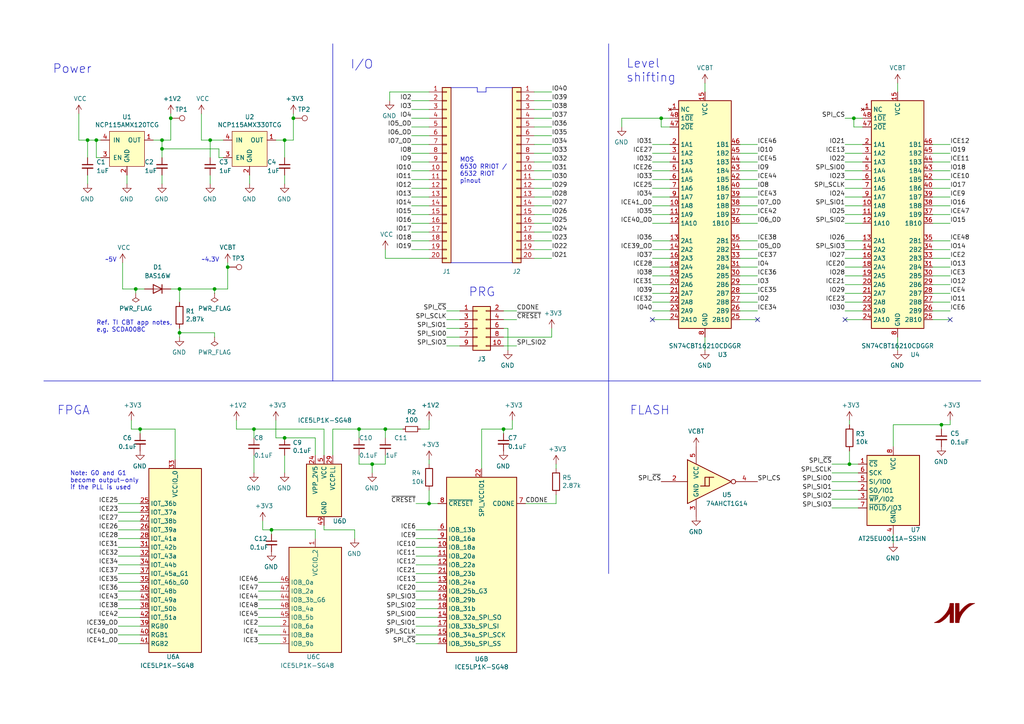
<source format=kicad_sch>
(kicad_sch (version 20230121) (generator eeschema)
  (paper "A4")
  (title_block (title "reDIP RIOT") (date "2023-10-01") (rev "1.0") (company "Nimrod") (comment 1 "© 2023 Dag Lem") (comment 2 "Licensed under CERN-OHL-S v2 (https://ohwr.org/cern_ohl_s_v2.txt)"))
  (junction (at 46.99 40.64))
  (junction (at 85.09 34.29))
  (junction (at 52.07 83.82))
  (junction (at 40.64 124.46))
  (junction (at 52.07 96.52))
  (junction (at 107.95 134.62))
  (junction (at 39.37 83.82))
  (junction (at 82.55 127))
  (junction (at 27.94 40.64))
  (junction (at 191.77 34.29))
  (junction (at 46.99 43.18))
  (junction (at 146.05 124.46))
  (junction (at 78.74 153.67))
  (junction (at 73.66 124.46))
  (junction (at 246.38 134.62))
  (junction (at 247.65 34.29))
  (junction (at 62.23 83.82))
  (junction (at 273.05 123.19))
  (junction (at 60.96 40.64))
  (junction (at 82.55 40.64))
  (junction (at 111.76 124.46))
  (junction (at 66.04 77.47))
  (junction (at 104.14 124.46))
  (junction (at 49.53 34.29))
  (junction (at 25.4 40.64))
  (junction (at 124.46 146.05))
  (no_connect (at 245.11 92.71))
  (no_connect (at 275.59 92.71))
  (no_connect (at 219.71 92.71))
  (no_connect (at 189.23 92.71))
  (wire (pts (xy 259.08 154.94) (xy 259.08 157.48)))
  (wire (pts (xy 154.94 39.37) (xy 160.02 39.37)))
  (wire (pts (xy 275.59 52.07) (xy 270.51 52.07)))
  (wire (pts (xy 34.29 161.29) (xy 40.64 161.29)))
  (wire (pts (xy 214.63 92.71) (xy 219.71 92.71)))
  (wire (pts (xy 111.76 74.93) (xy 111.76 72.39)))
  (wire (pts (xy 104.14 134.62) (xy 107.95 134.62)))
  (wire (pts (xy 248.92 142.24) (xy 241.3 142.24)))
  (wire (pts (xy 214.63 85.09) (xy 219.71 85.09)))
  (wire (pts (xy 78.74 154.94) (xy 78.74 153.67)))
  (wire (pts (xy 259.08 123.19) (xy 259.08 129.54)))
  (wire (pts (xy 102.87 153.67) (xy 93.98 153.67)))
  (wire (pts (xy 219.71 69.85) (xy 214.63 69.85)))
  (wire (pts (xy 29.21 40.64) (xy 27.94 40.64)))
  (wire (pts (xy 36.83 50.8) (xy 36.83 53.34)))
  (wire (pts (xy 154.94 54.61) (xy 160.02 54.61)))
  (wire (pts (xy 214.63 77.47) (xy 219.71 77.47)))
  (wire (pts (xy 93.98 153.67) (xy 93.98 152.4)))
  (wire (pts (xy 270.51 90.17) (xy 275.59 90.17)))
  (wire (pts (xy 62.23 83.82) (xy 62.23 85.09)))
  (wire (pts (xy 219.71 46.99) (xy 214.63 46.99)))
  (wire (pts (xy 219.71 41.91) (xy 214.63 41.91)))
  (wire (pts (xy 275.59 121.92) (xy 275.59 123.19)))
  (wire (pts (xy 219.71 44.45) (xy 214.63 44.45)))
  (wire (pts (xy 74.93 176.53) (xy 81.28 176.53)))
  (wire (pts (xy 74.93 171.45) (xy 81.28 171.45)))
  (wire (pts (xy 120.65 163.83) (xy 127 163.83)))
  (wire (pts (xy 245.11 72.39) (xy 250.19 72.39)))
  (wire (pts (xy 250.19 77.47) (xy 245.11 77.47)))
  (wire (pts (xy 154.94 36.83) (xy 160.02 36.83)))
  (wire (pts (xy 154.94 46.99) (xy 160.02 46.99)))
  (wire (pts (xy 147.32 95.25) (xy 146.05 95.25)))
  (wire (pts (xy 76.2 151.13) (xy 76.2 153.67)))
  (wire (pts (xy 189.23 74.93) (xy 194.31 74.93)))
  (wire (pts (xy 52.07 95.25) (xy 52.07 96.52)))
  (wire (pts (xy 275.59 69.85) (xy 270.51 69.85)))
  (wire (pts (xy 248.92 144.78) (xy 241.3 144.78)))
  (wire (pts (xy 74.93 181.61) (xy 81.28 181.61)))
  (wire (pts (xy 82.55 45.72) (xy 82.55 40.64)))
  (wire (pts (xy 246.38 130.81) (xy 246.38 134.62)))
  (wire (pts (xy 219.71 54.61) (xy 214.63 54.61)))
  (wire (pts (xy 194.31 49.53) (xy 189.23 49.53)))
  (wire (pts (xy 121.92 124.46) (xy 124.46 124.46)))
  (wire (pts (xy 148.59 121.92) (xy 148.59 124.46)))
  (wire (pts (xy 85.09 40.64) (xy 85.09 34.29)))
  (wire (pts (xy 73.66 132.08) (xy 73.66 137.16)))
  (wire (pts (xy 194.31 57.15) (xy 189.23 57.15)))
  (wire (pts (xy 139.7 124.46) (xy 139.7 135.89)))
  (wire (pts (xy 245.11 69.85) (xy 250.19 69.85)))
  (wire (pts (xy 124.46 26.67) (xy 113.03 26.67)))
  (wire (pts (xy 194.31 59.69) (xy 189.23 59.69)))
  (wire (pts (xy 191.77 34.29) (xy 191.77 36.83)))
  (wire (pts (xy 124.46 146.05) (xy 127 146.05)))
  (wire (pts (xy 104.14 132.08) (xy 104.14 134.62)))
  (wire (pts (xy 247.65 36.83) (xy 250.19 36.83)))
  (wire (pts (xy 194.31 41.91) (xy 189.23 41.91)))
  (wire (pts (xy 250.19 82.55) (xy 245.11 82.55)))
  (wire (pts (xy 250.19 92.71) (xy 245.11 92.71)))
  (wire (pts (xy 119.38 67.31) (xy 124.46 67.31)))
  (wire (pts (xy 139.7 124.46) (xy 146.05 124.46)))
  (wire (pts (xy 63.5 45.72) (xy 63.5 43.18)))
  (wire (pts (xy 111.76 132.08) (xy 111.76 134.62)))
  (wire (pts (xy 119.38 72.39) (xy 124.46 72.39)))
  (wire (pts (xy 119.38 46.99) (xy 124.46 46.99)))
  (wire (pts (xy 73.66 124.46) (xy 73.66 127)))
  (wire (pts (xy 119.38 41.91) (xy 124.46 41.91)))
  (wire (pts (xy 270.51 87.63) (xy 275.59 87.63)))
  (wire (pts (xy 250.19 90.17) (xy 245.11 90.17)))
  (wire (pts (xy 34.29 153.67) (xy 40.64 153.67)))
  (wire (pts (xy 46.99 40.64) (xy 46.99 43.18)))
  (wire (pts (xy 34.29 166.37) (xy 40.64 166.37)))
  (polyline (pts (xy 140.97 26.67) (xy 140.97 25.4)))
  (wire (pts (xy 119.38 62.23) (xy 124.46 62.23)))
  (wire (pts (xy 219.71 57.15) (xy 214.63 57.15)))
  (wire (pts (xy 25.4 45.72) (xy 25.4 40.64)))
  (wire (pts (xy 34.29 156.21) (xy 40.64 156.21)))
  (polyline (pts (xy 138.43 26.67) (xy 138.43 25.4)))
  (wire (pts (xy 154.94 29.21) (xy 160.02 29.21)))
  (wire (pts (xy 82.55 53.34) (xy 82.55 50.8)))
  (wire (pts (xy 74.93 184.15) (xy 81.28 184.15)))
  (wire (pts (xy 275.59 64.77) (xy 270.51 64.77)))
  (wire (pts (xy 129.54 95.25) (xy 133.35 95.25)))
  (wire (pts (xy 82.55 127) (xy 91.44 127)))
  (wire (pts (xy 194.31 87.63) (xy 189.23 87.63)))
  (wire (pts (xy 111.76 124.46) (xy 111.76 127)))
  (wire (pts (xy 120.65 179.07) (xy 127 179.07)))
  (wire (pts (xy 152.4 146.05) (xy 161.29 146.05)))
  (wire (pts (xy 189.23 64.77) (xy 194.31 64.77)))
  (wire (pts (xy 62.23 83.82) (xy 66.04 83.82)))
  (wire (pts (xy 154.94 49.53) (xy 160.02 49.53)))
  (wire (pts (xy 120.65 181.61) (xy 127 181.61)))
  (wire (pts (xy 120.65 161.29) (xy 127 161.29)))
  (wire (pts (xy 246.38 123.19) (xy 246.38 121.92)))
  (wire (pts (xy 214.63 87.63) (xy 219.71 87.63)))
  (wire (pts (xy 214.63 82.55) (xy 219.71 82.55)))
  (wire (pts (xy 219.71 59.69) (xy 214.63 59.69)))
  (wire (pts (xy 250.19 54.61) (xy 245.11 54.61)))
  (wire (pts (xy 34.29 158.75) (xy 40.64 158.75)))
  (wire (pts (xy 73.66 124.46) (xy 93.98 124.46)))
  (wire (pts (xy 129.54 92.71) (xy 133.35 92.71)))
  (polyline (pts (xy 140.97 25.4) (xy 148.59 25.4)))
  (wire (pts (xy 270.51 77.47) (xy 275.59 77.47)))
  (wire (pts (xy 49.53 83.82) (xy 52.07 83.82)))
  (wire (pts (xy 219.71 49.53) (xy 214.63 49.53)))
  (wire (pts (xy 189.23 72.39) (xy 194.31 72.39)))
  (wire (pts (xy 107.95 134.62) (xy 111.76 134.62)))
  (wire (pts (xy 124.46 124.46) (xy 124.46 121.92)))
  (wire (pts (xy 74.93 179.07) (xy 81.28 179.07)))
  (wire (pts (xy 204.47 101.6) (xy 204.47 97.79)))
  (wire (pts (xy 82.55 40.64) (xy 85.09 40.64)))
  (wire (pts (xy 102.87 153.67) (xy 102.87 156.21)))
  (wire (pts (xy 250.19 85.09) (xy 245.11 85.09)))
  (wire (pts (xy 120.65 168.91) (xy 127 168.91)))
  (polyline (pts (xy 96.52 12.7) (xy 96.52 110.49)))
  (wire (pts (xy 275.59 41.91) (xy 270.51 41.91)))
  (wire (pts (xy 241.3 137.16) (xy 248.92 137.16)))
  (wire (pts (xy 46.99 43.18) (xy 46.99 45.72)))
  (wire (pts (xy 194.31 90.17) (xy 189.23 90.17)))
  (wire (pts (xy 147.32 95.25) (xy 147.32 101.6)))
  (wire (pts (xy 154.94 57.15) (xy 160.02 57.15)))
  (wire (pts (xy 194.31 54.61) (xy 189.23 54.61)))
  (wire (pts (xy 25.4 40.64) (xy 27.94 40.64)))
  (wire (pts (xy 194.31 80.01) (xy 189.23 80.01)))
  (wire (pts (xy 154.94 26.67) (xy 160.02 26.67)))
  (wire (pts (xy 93.98 132.08) (xy 93.98 124.46)))
  (wire (pts (xy 250.19 52.07) (xy 245.11 52.07)))
  (wire (pts (xy 120.65 166.37) (xy 127 166.37)))
  (wire (pts (xy 111.76 74.93) (xy 124.46 74.93)))
  (wire (pts (xy 96.52 124.46) (xy 104.14 124.46)))
  (wire (pts (xy 194.31 85.09) (xy 189.23 85.09)))
  (wire (pts (xy 80.01 121.92) (xy 80.01 127)))
  (wire (pts (xy 25.4 53.34) (xy 25.4 50.8)))
  (wire (pts (xy 119.38 39.37) (xy 124.46 39.37)))
  (wire (pts (xy 219.71 64.77) (xy 214.63 64.77)))
  (wire (pts (xy 63.5 45.72) (xy 64.77 45.72)))
  (wire (pts (xy 120.65 158.75) (xy 127 158.75)))
  (wire (pts (xy 119.38 69.85) (xy 124.46 69.85)))
  (wire (pts (xy 275.59 54.61) (xy 270.51 54.61)))
  (wire (pts (xy 245.11 62.23) (xy 250.19 62.23)))
  (wire (pts (xy 120.65 184.15) (xy 127 184.15)))
  (wire (pts (xy 194.31 82.55) (xy 189.23 82.55)))
  (wire (pts (xy 250.19 46.99) (xy 245.11 46.99)))
  (wire (pts (xy 250.19 49.53) (xy 245.11 49.53)))
  (wire (pts (xy 119.38 59.69) (xy 124.46 59.69)))
  (wire (pts (xy 66.04 77.47) (xy 66.04 76.2)))
  (wire (pts (xy 161.29 143.51) (xy 161.29 146.05)))
  (wire (pts (xy 119.38 29.21) (xy 124.46 29.21)))
  (wire (pts (xy 160.02 74.93) (xy 154.94 74.93)))
  (wire (pts (xy 116.84 124.46) (xy 111.76 124.46)))
  (wire (pts (xy 34.29 186.69) (xy 40.64 186.69)))
  (wire (pts (xy 154.94 52.07) (xy 160.02 52.07)))
  (wire (pts (xy 259.08 123.19) (xy 273.05 123.19)))
  (wire (pts (xy 260.35 24.13) (xy 260.35 26.67)))
  (wire (pts (xy 38.1 124.46) (xy 40.64 124.46)))
  (wire (pts (xy 219.71 52.07) (xy 214.63 52.07)))
  (wire (pts (xy 245.11 74.93) (xy 250.19 74.93)))
  (wire (pts (xy 39.37 83.82) (xy 39.37 85.09)))
  (polyline (pts (xy 130.81 25.4) (xy 138.43 25.4)))
  (wire (pts (xy 160.02 67.31) (xy 154.94 67.31)))
  (wire (pts (xy 191.77 34.29) (xy 180.34 34.29)))
  (wire (pts (xy 245.11 64.77) (xy 250.19 64.77)))
  (wire (pts (xy 34.29 181.61) (xy 40.64 181.61)))
  (wire (pts (xy 68.58 124.46) (xy 68.58 121.92)))
  (wire (pts (xy 241.3 134.62) (xy 246.38 134.62)))
  (wire (pts (xy 76.2 153.67) (xy 78.74 153.67)))
  (wire (pts (xy 124.46 31.75) (xy 119.38 31.75)))
  (wire (pts (xy 146.05 125.73) (xy 146.05 124.46)))
  (wire (pts (xy 34.29 179.07) (xy 40.64 179.07)))
  (wire (pts (xy 120.65 173.99) (xy 127 173.99)))
  (wire (pts (xy 22.86 33.02) (xy 22.86 40.64)))
  (wire (pts (xy 248.92 139.7) (xy 241.3 139.7)))
  (wire (pts (xy 104.14 124.46) (xy 111.76 124.46)))
  (wire (pts (xy 247.65 34.29) (xy 245.11 34.29)))
  (wire (pts (xy 96.52 132.08) (xy 96.52 124.46)))
  (wire (pts (xy 34.29 184.15) (xy 40.64 184.15)))
  (wire (pts (xy 250.19 34.29) (xy 247.65 34.29)))
  (wire (pts (xy 60.96 40.64) (xy 64.77 40.64)))
  (wire (pts (xy 46.99 43.18) (xy 63.5 43.18)))
  (wire (pts (xy 129.54 90.17) (xy 133.35 90.17)))
  (wire (pts (xy 273.05 123.19) (xy 275.59 123.19)))
  (wire (pts (xy 60.96 40.64) (xy 58.42 40.64)))
  (wire (pts (xy 119.38 44.45) (xy 124.46 44.45)))
  (wire (pts (xy 52.07 96.52) (xy 62.23 96.52)))
  (wire (pts (xy 72.39 50.8) (xy 72.39 53.34)))
  (wire (pts (xy 275.59 44.45) (xy 270.51 44.45)))
  (wire (pts (xy 119.38 57.15) (xy 124.46 57.15)))
  (wire (pts (xy 219.71 62.23) (xy 214.63 62.23)))
  (wire (pts (xy 180.34 34.29) (xy 180.34 36.83)))
  (wire (pts (xy 50.8 124.46) (xy 50.8 133.35)))
  (wire (pts (xy 194.31 44.45) (xy 189.23 44.45)))
  (wire (pts (xy 149.86 100.33) (xy 146.05 100.33)))
  (wire (pts (xy 49.53 40.64) (xy 49.53 34.29)))
  (wire (pts (xy 154.94 44.45) (xy 160.02 44.45)))
  (polyline (pts (xy 12.7 110.49) (xy 284.48 110.49)))
  (wire (pts (xy 246.38 134.62) (xy 248.92 134.62)))
  (wire (pts (xy 160.02 69.85) (xy 154.94 69.85)))
  (wire (pts (xy 49.53 34.29) (xy 49.53 33.02)))
  (wire (pts (xy 248.92 147.32) (xy 241.3 147.32)))
  (wire (pts (xy 120.65 146.05) (xy 124.46 146.05)))
  (wire (pts (xy 85.09 34.29) (xy 85.09 33.02)))
  (wire (pts (xy 194.31 77.47) (xy 189.23 77.47)))
  (polyline (pts (xy 138.43 26.67) (xy 140.97 26.67)))
  (wire (pts (xy 154.94 41.91) (xy 160.02 41.91)))
  (wire (pts (xy 35.56 76.2) (xy 35.56 83.82)))
  (wire (pts (xy 120.65 153.67) (xy 127 153.67)))
  (wire (pts (xy 119.38 54.61) (xy 124.46 54.61)))
  (wire (pts (xy 39.37 83.82) (xy 41.91 83.82)))
  (wire (pts (xy 40.64 125.73) (xy 40.64 124.46)))
  (wire (pts (xy 124.46 34.29) (xy 119.38 34.29)))
  (wire (pts (xy 34.29 148.59) (xy 40.64 148.59)))
  (wire (pts (xy 273.05 124.46) (xy 273.05 123.19)))
  (wire (pts (xy 160.02 62.23) (xy 154.94 62.23)))
  (wire (pts (xy 275.59 59.69) (xy 270.51 59.69)))
  (wire (pts (xy 119.38 64.77) (xy 124.46 64.77)))
  (wire (pts (xy 44.45 40.64) (xy 46.99 40.64)))
  (wire (pts (xy 34.29 168.91) (xy 40.64 168.91)))
  (wire (pts (xy 34.29 151.13) (xy 40.64 151.13)))
  (wire (pts (xy 78.74 153.67) (xy 91.44 153.67)))
  (wire (pts (xy 34.29 176.53) (xy 40.64 176.53)))
  (wire (pts (xy 52.07 96.52) (xy 52.07 97.79)))
  (polyline (pts (xy 130.81 76.2) (xy 148.59 76.2)))
  (wire (pts (xy 120.65 176.53) (xy 127 176.53)))
  (wire (pts (xy 120.65 186.69) (xy 127 186.69)))
  (wire (pts (xy 27.94 45.72) (xy 27.94 40.64)))
  (wire (pts (xy 124.46 134.62) (xy 124.46 133.35)))
  (wire (pts (xy 60.96 53.34) (xy 60.96 50.8)))
  (wire (pts (xy 52.07 83.82) (xy 52.07 87.63)))
  (wire (pts (xy 270.51 85.09) (xy 275.59 85.09)))
  (wire (pts (xy 66.04 83.82) (xy 66.04 77.47)))
  (wire (pts (xy 189.23 69.85) (xy 194.31 69.85)))
  (wire (pts (xy 91.44 132.08) (xy 91.44 127)))
  (wire (pts (xy 275.59 74.93) (xy 270.51 74.93)))
  (wire (pts (xy 124.46 142.24) (xy 124.46 146.05)))
  (wire (pts (xy 46.99 40.64) (xy 49.53 40.64)))
  (wire (pts (xy 52.07 83.82) (xy 62.23 83.82)))
  (wire (pts (xy 275.59 46.99) (xy 270.51 46.99)))
  (wire (pts (xy 250.19 57.15) (xy 245.11 57.15)))
  (wire (pts (xy 38.1 121.92) (xy 38.1 124.46)))
  (wire (pts (xy 58.42 40.64) (xy 58.42 33.02)))
  (wire (pts (xy 146.05 124.46) (xy 148.59 124.46)))
  (wire (pts (xy 194.31 52.07) (xy 189.23 52.07)))
  (wire (pts (xy 270.51 82.55) (xy 275.59 82.55)))
  (wire (pts (xy 247.65 34.29) (xy 247.65 36.83)))
  (wire (pts (xy 154.94 59.69) (xy 160.02 59.69)))
  (wire (pts (xy 80.01 40.64) (xy 82.55 40.64)))
  (wire (pts (xy 74.93 173.99) (xy 81.28 173.99)))
  (wire (pts (xy 160.02 97.79) (xy 160.02 95.25)))
  (wire (pts (xy 270.51 80.01) (xy 275.59 80.01)))
  (wire (pts (xy 194.31 34.29) (xy 191.77 34.29)))
  (wire (pts (xy 68.58 124.46) (xy 73.66 124.46)))
  (wire (pts (xy 34.29 173.99) (xy 40.64 173.99)))
  (wire (pts (xy 74.93 186.69) (xy 81.28 186.69)))
  (wire (pts (xy 119.38 49.53) (xy 124.46 49.53)))
  (wire (pts (xy 82.55 137.16) (xy 82.55 132.08)))
  (wire (pts (xy 34.29 146.05) (xy 40.64 146.05)))
  (wire (pts (xy 275.59 57.15) (xy 270.51 57.15)))
  (wire (pts (xy 119.38 36.83) (xy 124.46 36.83)))
  (wire (pts (xy 160.02 72.39) (xy 154.94 72.39)))
  (wire (pts (xy 214.63 80.01) (xy 219.71 80.01)))
  (wire (pts (xy 189.23 62.23) (xy 194.31 62.23)))
  (wire (pts (xy 204.47 24.13) (xy 204.47 26.67)))
  (wire (pts (xy 160.02 97.79) (xy 146.05 97.79)))
  (wire (pts (xy 120.65 171.45) (xy 127 171.45)))
  (wire (pts (xy 250.19 44.45) (xy 245.11 44.45)))
  (wire (pts (xy 250.19 41.91) (xy 245.11 41.91)))
  (wire (pts (xy 194.31 46.99) (xy 189.23 46.99)))
  (polyline (pts (xy 176.53 12.7) (xy 176.53 166.37)))
  (wire (pts (xy 46.99 53.34) (xy 46.99 50.8)))
  (wire (pts (xy 60.96 40.64) (xy 60.96 45.72)))
  (wire (pts (xy 34.29 171.45) (xy 40.64 171.45)))
  (wire (pts (xy 270.51 92.71) (xy 275.59 92.71)))
  (wire (pts (xy 129.54 97.79) (xy 133.35 97.79)))
  (wire (pts (xy 104.14 124.46) (xy 104.14 127)))
  (wire (pts (xy 214.63 90.17) (xy 219.71 90.17)))
  (wire (pts (xy 161.29 135.89) (xy 161.29 134.62)))
  (wire (pts (xy 27.94 45.72) (xy 29.21 45.72)))
  (wire (pts (xy 74.93 168.91) (xy 81.28 168.91)))
  (wire (pts (xy 275.59 62.23) (xy 270.51 62.23)))
  (wire (pts (xy 191.77 36.83) (xy 194.31 36.83)))
  (wire (pts (xy 129.54 100.33) (xy 133.35 100.33)))
  (wire (pts (xy 260.35 101.6) (xy 260.35 97.79)))
  (wire (pts (xy 219.71 74.93) (xy 214.63 74.93)))
  (wire (pts (xy 35.56 83.82) (xy 39.37 83.82)))
  (wire (pts (xy 250.19 87.63) (xy 245.11 87.63)))
  (wire (pts (xy 250.19 59.69) (xy 245.11 59.69)))
  (wire (pts (xy 82.55 127) (xy 80.01 127)))
  (wire (pts (xy 275.59 49.53) (xy 270.51 49.53)))
  (wire (pts (xy 107.95 137.16) (xy 107.95 134.62)))
  (wire (pts (xy 149.86 92.71) (xy 146.05 92.71)))
  (wire (pts (xy 275.59 72.39) (xy 270.51 72.39)))
  (wire (pts (xy 91.44 153.67) (xy 91.44 156.21)))
  (wire (pts (xy 149.86 90.17) (xy 146.05 90.17)))
  (wire (pts (xy 154.94 34.29) (xy 160.02 34.29)))
  (wire (pts (xy 62.23 96.52) (xy 62.23 97.79)))
  (wire (pts (xy 250.19 80.01) (xy 245.11 80.01)))
  (wire (pts (xy 34.29 163.83) (xy 40.64 163.83)))
  (wire (pts (xy 119.38 52.07) (xy 124.46 52.07)))
  (wire (pts (xy 25.4 40.64) (xy 22.86 40.64)))
  (wire (pts (xy 160.02 64.77) (xy 154.94 64.77)))
  (wire (pts (xy 120.65 156.21) (xy 127 156.21)))
  (wire (pts (xy 219.71 72.39) (xy 214.63 72.39)))
  (wire (pts (xy 113.03 26.67) (xy 113.03 29.21)))
  (wire (pts (xy 40.64 124.46) (xy 50.8 124.46)))
  (wire (pts (xy 160.02 31.75) (xy 154.94 31.75)))
  (wire (pts (xy 194.31 92.71) (xy 189.23 92.71)))
  (text "MOS\n6530 RRIOT /\n6532 RIOT\npinout" (at 133.35 53.34 0) (effects (font (size 1.27 1.27)) (justify left bottom)))
  (text "PRG" (at 135.89 86.36 0) (effects (font (size 2.54 2.54)) (justify left bottom)))
  (text "Ref. TI CBT app notes,\ne.g. SCDA008C" (at 27.94 96.52 0) (effects (font (size 1.27 1.27)) (justify left bottom)))
  (text "~4.3V" (at 58.42 76.2 0) (effects (font (size 1.27 1.27)) (justify left bottom)))
  (text "FLASH" (at 194.31 120.65 0) (effects (font (size 2.54 2.54)) (justify right bottom)))
  (text "FPGA" (at 16.51 120.65 0) (effects (font (size 2.54 2.54)) (justify left bottom)))
  (text "Power" (at 15.24 21.59 0) (effects (font (size 2.54 2.54)) (justify left bottom)))
  (text "I/O" (at 101.6 20.32 0) (effects (font (size 2.54 2.54)) (justify left bottom)))
  (text "Level\nshifting" (at 181.61 24.13 0) (effects (font (size 2.54 2.54)) (justify left bottom)))
  (text "~5V" (at 30.48 76.2 0) (effects (font (size 1.27 1.27)) (justify left bottom)))
  (text "Note: G0 and G1\nbecome output-only\nif the PLL is used" (at 20.32 142.24 0) (effects (font (size 1.27 1.27)) (justify left bottom)))
  (label "IO14" (at 275.59 72.39 0))
  (label "IO6_OD" (at 119.38 39.37 180))
  (label "IO24" (at 245.11 57.15 180))
  (label "IO2" (at 219.71 87.63 0))
  (label "ICE28" (at 189.23 77.47 180))
  (label "ICE10" (at 120.65 158.75 180))
  (label "IO22" (at 160.02 72.39 0))
  (label "IO39" (at 160.02 29.21 0))
  (label "ICE46" (at 74.93 168.91 180))
  (label "SPI_SIO1" (at 245.11 59.69 180))
  (label "IO27" (at 245.11 74.93 180))
  (label "IO23" (at 160.02 69.85 0))
  (label "IO19" (at 275.59 44.45 0))
  (label "IO27" (at 160.02 59.69 0))
  (label "ICE12" (at 120.65 163.83 180))
  (label "IO12" (at 275.59 82.55 0))
  (label "CDONE" (at 152.4 146.05 0))
  (label "ICE20" (at 245.11 77.47 180))
  (label "IO32" (at 160.02 46.99 0))
  (label "IO17" (at 119.38 67.31 180))
  (label "SPI_~{CS}" (at 241.3 134.62 180))
  (label "IO7_OD" (at 119.38 41.91 180))
  (label "IO6_OD" (at 219.71 64.77 0))
  (label "IO37" (at 189.23 74.93 180))
  (label "ICE43" (at 34.29 173.99 180))
  (label "IO34" (at 189.23 57.15 180))
  (label "ICE31" (at 34.29 158.75 180))
  (label "IO29" (at 160.02 54.61 0))
  (label "SPI_SIO2" (at 120.65 176.53 180))
  (label "IO16" (at 275.59 59.69 0))
  (label "ICE2" (at 275.59 74.93 0))
  (label "SPI_SIO0" (at 120.65 179.07 180))
  (label "ICE35" (at 219.71 85.09 0))
  (label "ICE32" (at 189.23 87.63 180))
  (label "SPI_SIO1" (at 241.3 142.24 180))
  (label "ICE34" (at 219.71 90.17 0))
  (label "ICE31" (at 189.23 82.55 180))
  (label "SPI_SIO3" (at 245.11 72.39 180))
  (label "ICE46" (at 219.71 41.91 0))
  (label "SPI_~{CS}" (at 120.65 186.69 180))
  (label "ICE25" (at 189.23 54.61 180))
  (label "ICE2" (at 74.93 181.61 180))
  (label "IO4" (at 219.71 77.47 0))
  (label "ICE28" (at 34.29 156.21 180))
  (label "IO38" (at 189.23 80.01 180))
  (label "ICE37" (at 34.29 166.37 180))
  (label "IO17" (at 275.59 54.61 0))
  (label "IO26" (at 245.11 69.85 180))
  (label "SPI_SIO0" (at 129.54 97.79 180))
  (label "IO36" (at 160.02 36.83 0))
  (label "IO4" (at 119.38 34.29 180))
  (label "SPI_SIO3" (at 241.3 147.32 180))
  (label "ICE44" (at 74.93 173.99 180))
  (label "ICE39_OD" (at 189.23 72.39 180))
  (label "IO10" (at 219.71 44.45 0))
  (label "IO15" (at 275.59 64.77 0))
  (label "ICE6" (at 120.65 153.67 180))
  (label "ICE47" (at 275.59 62.23 0))
  (label "IO7_OD" (at 219.71 59.69 0))
  (label "ICE20" (at 120.65 171.45 180))
  (label "IO33" (at 160.02 44.45 0))
  (label "IO31" (at 189.23 41.91 180))
  (label "SPI_SCLK" (at 241.3 137.16 180))
  (label "IO14" (at 119.38 59.69 180))
  (label "ICE6" (at 275.59 90.17 0))
  (label "SPI_~{CS}" (at 129.54 90.17 180))
  (label "ICE21" (at 245.11 82.55 180))
  (label "ICE26" (at 34.29 153.67 180))
  (label "ICE9" (at 275.59 57.15 0))
  (label "IO23" (at 245.11 52.07 180))
  (label "IO12" (at 119.38 54.61 180))
  (label "ICE38" (at 219.71 69.85 0))
  (label "ICE45" (at 219.71 46.99 0))
  (label "ICE11" (at 120.65 161.29 180))
  (label "~{CRESET}" (at 149.86 92.71 0))
  (label "ICE37" (at 219.71 74.93 0))
  (label "ICE47" (at 74.93 171.45 180))
  (label "ICE10" (at 275.59 52.07 0))
  (label "ICE4" (at 275.59 85.09 0))
  (label "IO31" (at 160.02 49.53 0))
  (label "ICE41_OD" (at 189.23 59.69 180))
  (label "IO19" (at 119.38 72.39 180))
  (label "ICE11" (at 275.59 46.99 0))
  (label "IO13" (at 275.59 77.47 0))
  (label "IO5_OD" (at 119.38 36.83 180))
  (label "SPI_SIO0" (at 245.11 49.53 180))
  (label "ICE40_OD" (at 189.23 64.77 180))
  (label "IO22" (at 245.11 46.99 180))
  (label "ICE41_OD" (at 34.29 186.69 180))
  (label "IO36" (at 189.23 69.85 180))
  (label "ICE34" (at 34.29 163.83 180))
  (label "IO39" (at 189.23 85.09 180))
  (label "ICE36" (at 219.71 80.01 0))
  (label "IO25" (at 160.02 64.77 0))
  (label "IO35" (at 189.23 62.23 180))
  (label "IO18" (at 119.38 69.85 180))
  (label "SPI_SCLK" (at 245.11 54.61 180))
  (label "IO38" (at 160.02 31.75 0))
  (label "SPI_SIO3" (at 120.65 173.99 180))
  (label "IO16" (at 119.38 64.77 180))
  (label "IO32" (at 189.23 46.99 180))
  (label "IO3" (at 119.38 31.75 180))
  (label "SPI_SIO1" (at 120.65 181.61 180))
  (label "IO40" (at 189.23 90.17 180))
  (label "ICE45" (at 74.93 179.07 180))
  (label "SPI_SIO1" (at 129.54 95.25 180))
  (label "ICE27" (at 34.29 151.13 180))
  (label "SPI_SCLK" (at 120.65 184.15 180))
  (label "IO15" (at 119.38 62.23 180))
  (label "ICE35" (at 34.29 168.91 180))
  (label "IO33" (at 189.23 52.07 180))
  (label "IO9" (at 119.38 46.99 180))
  (label "IO29" (at 245.11 85.09 180))
  (label "ICE9" (at 120.65 156.21 180))
  (label "CDONE" (at 149.86 90.17 0))
  (label "~{CRESET}" (at 120.65 146.05 180))
  (label "ICE25" (at 34.29 146.05 180))
  (label "IO37" (at 160.02 34.29 0))
  (label "ICE44" (at 219.71 52.07 0))
  (label "IO11" (at 275.59 87.63 0))
  (label "IO11" (at 119.38 52.07 180))
  (label "IO30" (at 160.02 52.07 0))
  (label "ICE21" (at 120.65 166.37 180))
  (label "SPI_SCLK" (at 129.54 92.71 180))
  (label "IO2" (at 119.38 29.21 180))
  (label "ICE48" (at 275.59 69.85 0))
  (label "IO8" (at 219.71 54.61 0))
  (label "ICE12" (at 275.59 41.91 0))
  (label "ICE43" (at 219.71 57.15 0))
  (label "ICE40_OD" (at 34.29 184.15 180))
  (label "ICE39_OD" (at 34.29 181.61 180))
  (label "SPI_SIO2" (at 149.86 100.33 0))
  (label "SPI_CS" (at 245.11 34.29 180))
  (label "IO10" (at 119.38 49.53 180))
  (label "IO3" (at 219.71 82.55 0))
  (label "SPI_SIO0" (at 241.3 139.7 180))
  (label "SPI_SIO3" (at 129.54 100.33 180))
  (label "IO40" (at 160.02 26.67 0))
  (label "ICE23" (at 245.11 87.63 180))
  (label "SPI_SIO2" (at 245.11 64.77 180))
  (label "ICE32" (at 34.29 161.29 180))
  (label "ICE13" (at 245.11 44.45 180))
  (label "ICE48" (at 74.93 176.53 180))
  (label "ICE3" (at 275.59 80.01 0))
  (label "ICE36" (at 34.29 171.45 180))
  (label "SPI_SIO2" (at 241.3 144.78 180))
  (label "SPI_~{CS}" (at 191.77 139.7 180))
  (label "IO5_OD" (at 219.71 72.39 0))
  (label "IO28" (at 160.02 57.15 0))
  (label "ICE23" (at 34.29 148.59 180))
  (label "IO30" (at 245.11 90.17 180))
  (label "ICE38" (at 34.29 176.53 180))
  (label "ICE3" (at 74.93 186.69 180))
  (label "ICE42" (at 219.71 62.23 0))
  (label "IO21" (at 245.11 41.91 180))
  (label "IO18" (at 275.59 49.53 0))
  (label "ICE4" (at 74.93 184.15 180))
  (label "ICE13" (at 120.65 168.91 180))
  (label "IO9" (at 219.71 49.53 0))
  (label "IO24" (at 160.02 67.31 0))
  (label "SPI_CS" (at 219.71 139.7 0))
  (label "IO13" (at 119.38 57.15 180))
  (label "ICE42" (at 34.29 179.07 180))
  (label "IO34" (at 160.02 41.91 0))
  (label "IO35" (at 160.02 39.37 0))
  (label "IO26" (at 160.02 62.23 0))
  (label "IO25" (at 245.11 62.23 180))
  (label "ICE27" (at 189.23 44.45 180))
  (label "IO8" (at 119.38 44.45 180))
  (label "IO28" (at 245.11 80.01 180))
  (label "ICE26" (at 189.23 49.53 180))
  (label "IO21" (at 160.02 74.93 0))
  (symbol (lib_id "FPGA_Lattice:ICE5LP1K-SG48") (at 50.8 161.29 0) (unit 1)
    (property "Reference" "U6" (at 48.26 190.5 0) (effects (justify left)))
    (property "Value" "ICE5LP1K-SG48" (at 40.64 193.04 0) (effects (justify left)))
    (property "Footprint" "Package_DFN_QFN:QFN-48-1EP_7x7mm_P0.5mm_EP5.6x5.6mm" (effects hide))
    (property "Datasheet" "https://www.latticesemi.com/Products/FPGAandCPLD/iCE40" (effects hide))
    (property "Mfg" "Lattice" (effects hide))
    (property "PN" "ICE5LP1K-SG48ITR" (effects hide))
    (property "Description" "IC FPGA QFN-48" (effects hide))
  )
  (symbol (lib_id "FPGA_Lattice:ICE5LP1K-SG48") (at 139.7 163.83 0) (unit 2)
    (property "Reference" "U6" (at 139.7 191.135 0))
    (property "Value" "ICE5LP1K-SG48" (at 139.7 193.4464 0))
    (property "Footprint" "Package_DFN_QFN:QFN-48-1EP_7x7mm_P0.5mm_EP5.6x5.6mm" (effects hide))
    (property "Datasheet" "https://www.latticesemi.com/Products/FPGAandCPLD/iCE40" (effects hide))
    (property "Mfg" "Lattice" (effects hide))
    (property "PN" "ICE5LP1K-SG48ITR" (effects hide))
    (property "Description" "IC FPGA QFN-48" (effects hide))
  )
  (symbol (lib_id "FPGA_Lattice:ICE5LP1K-SG48") (at 91.44 173.99 0) (unit 3)
    (property "Reference" "U6" (at 88.9 190.5 0) (effects (justify left)))
    (property "Value" "ICE5LP1K-SG48" (at 81.28 193.04 0) (effects (justify left)))
    (property "Footprint" "Package_DFN_QFN:QFN-48-1EP_7x7mm_P0.5mm_EP5.6x5.6mm" (effects hide))
    (property "Datasheet" "https://www.latticesemi.com/Products/FPGAandCPLD/iCE40" (effects hide))
    (property "Mfg" "Lattice" (effects hide))
    (property "PN" "ICE5LP1K-SG48ITR" (effects hide))
    (property "Description" "IC FPGA QFN-48" (effects hide))
  )
  (symbol (lib_id "FPGA_Lattice:ICE5LP1K-SG48") (at 93.98 142.24 0) (unit 4)
    (property "Reference" "U6" (at 96.52 151.13 0) (effects (justify left)))
    (property "Value" "ICE5LP1K-SG48" (at 86.36 121.92 0) (effects (justify left)))
    (property "Footprint" "Package_DFN_QFN:QFN-48-1EP_7x7mm_P0.5mm_EP5.6x5.6mm" (effects hide))
    (property "Datasheet" "https://www.latticesemi.com/Products/FPGAandCPLD/iCE40" (effects hide))
    (property "Mfg" "Lattice" (effects hide))
    (property "PN" "ICE5LP1K-SG48ITR" (effects hide))
    (property "Description" "IC FPGA QFN-48" (effects hide))
  )
  (symbol (lib_id "Connector_Generic:Conn_01x20") (at 129.54 49.53 0) (unit 1)
    (property "Reference" "J1" (at 129.54 78.74 0))
    (property "Value" "Conn_01x20" (effects hide))
    (property "Footprint" "reDIP:PinHeader_1x20_P2.54mm_Vertical_Machined" (effects hide))
    (property "Datasheet" "https://www.helloxkb.com/Home/Goods/goodsInfo/id/72370.html" (effects hide))
    (property "Mfg" "XKB" (effects hide))
    (property "PN" "X5511WV-20-C35D35-1000" (effects hide))
    (property "Description" "CONN HDR CIRCULAR PIN 0.5mm 20 POS .100\" GOLD MATING 3mm TAIL 3mm" (effects hide))
    (property "Notes" "Replacement parts: XKB X5511WV-20-C396D43-1220, other similar hdr circular pin ~0.5mm" (effects hide))
  )
  (symbol (lib_id "power:GND") (at 113.03 29.21 0) (mirror y) (unit 1)
    (property "Reference" "#PWR03" (effects hide))
    (property "Value" "GND" (at 112.903 33.6042 0))
  )
  (symbol (lib_id "Device:C_Small") (at 111.76 129.54 0) (unit 1)
    (property "Reference" "C11" (at 114.3 127 0) (effects (justify left)))
    (property "Value" "1uF" (at 111.76 132.08 0) (effects (justify left)))
    (property "Footprint" "Capacitor_SMD:C_0201_0603Metric" (effects hide))
    (property "Datasheet" "https://www.murata.com/products/productdetail.aspx?partno=GRM033C80J105ME05D" (effects hide))
    (property "Mfg" "Murata" (effects hide))
    (property "PN" "GRM033C80J105ME05D" (effects hide))
    (property "Description" "CAP CER 1uF 6.3V 20% X6S 0201" (effects hide))
    (property "Notes" "1.2V DC" (effects hide))
  )
  (symbol (lib_id "Device:C_Small") (at 104.14 129.54 0) (unit 1)
    (property "Reference" "C10" (at 104.14 127 0) (effects (justify left)))
    (property "Value" "0.1uF" (at 104.14 132.08 0) (effects (justify left)))
    (property "Footprint" "Capacitor_SMD:C_0201_0603Metric" (effects hide))
    (property "Datasheet" "https://www.murata.com/products/productdetail.aspx?partno=GRM033R60J224ME90D" (effects hide))
    (property "Mfg" "Murata" (effects hide))
    (property "PN" "GRM033R60J224ME90D" (effects hide))
    (property "Description" "CAP CER 0.22uF 6.3V 20% X5R 0201" (effects hide))
    (property "Notes" "3.3V DC DERATED TO 0.1uF" (effects hide))
  )
  (symbol (lib_id "power:+1V2") (at 124.46 121.92 0) (unit 1)
    (property "Reference" "#PWR026" (effects hide))
    (property "Value" "+1V2" (at 124.841 117.5258 0))
  )
  (symbol (lib_id "power:GND") (at 107.95 137.16 0) (mirror y) (unit 1)
    (property "Reference" "#PWR038" (effects hide))
    (property "Value" "GND" (at 107.823 141.5542 0))
  )
  (symbol (lib_id "Device:R_Small") (at 119.38 124.46 270) (unit 1)
    (property "Reference" "R2" (at 119.38 119.4816 90))
    (property "Value" "100" (at 119.38 121.793 90))
    (property "Footprint" "Resistor_SMD:R_0201_0603Metric" (effects hide))
    (property "Datasheet" "https://industrial.panasonic.com/ww/products/pt/general-purpose-chip-resistors/models/ERJ1GNJ101C" (effects hide))
    (property "Mfg" "Panasonic" (effects hide))
    (property "PN" "ERJ1GNJ101C" (effects hide))
    (property "Description" "RES 100Ω 50mW 5% 0201" (effects hide))
  )
  (symbol (lib_id "power:GND") (at 102.87 156.21 0) (mirror y) (unit 1)
    (property "Reference" "#PWR041" (effects hide))
    (property "Value" "GND" (at 102.743 160.6042 0))
  )
  (symbol (lib_id "power:+3V3") (at 80.01 121.92 0) (unit 1)
    (property "Reference" "#PWR025" (effects hide))
    (property "Value" "+3V3" (at 80.391 117.5258 0))
  )
  (symbol (lib_id "Device:C_Small") (at 73.66 129.54 0) (unit 1)
    (property "Reference" "C8" (at 73.66 127 0) (effects (justify left)))
    (property "Value" "0.1uF" (at 73.66 132.08 0) (effects (justify left)))
    (property "Footprint" "Capacitor_SMD:C_0201_0603Metric" (effects hide))
    (property "Datasheet" "https://www.murata.com/products/productdetail.aspx?partno=GRM033R60J224ME90D" (effects hide))
    (property "Mfg" "Murata" (effects hide))
    (property "PN" "GRM033R60J224ME90D" (effects hide))
    (property "Description" "CAP CER 0.22uF 6.3V 20% X5R 0201" (effects hide))
    (property "Notes" "1.2V DC DERATED TO 0.1uF" (effects hide))
  )
  (symbol (lib_id "power:GND") (at 73.66 137.16 0) (mirror y) (unit 1)
    (property "Reference" "#PWR036" (effects hide))
    (property "Value" "GND" (at 73.533 141.5542 0))
  )
  (symbol (lib_id "power:+1V2") (at 68.58 121.92 0) (unit 1)
    (property "Reference" "#PWR024" (effects hide))
    (property "Value" "+1V2" (at 68.961 117.5258 0))
  )
  (symbol (lib_id "power:GND") (at 260.35 101.6 0) (mirror y) (unit 1)
    (property "Reference" "#PWR022" (effects hide))
    (property "Value" "GND" (at 260.223 105.9942 0))
  )
  (symbol (lib_id "power:GND") (at 78.74 160.02 0) (mirror y) (unit 1)
    (property "Reference" "#PWR043" (effects hide))
    (property "Value" "GND" (at 78.613 164.4142 0))
  )
  (symbol (lib_id "power:+3V3") (at 76.2 151.13 0) (unit 1)
    (property "Reference" "#PWR040" (effects hide))
    (property "Value" "+3V3" (at 76.581 146.7358 0))
  )
  (symbol (lib_id "Device:C_Small") (at 78.74 157.48 0) (unit 1)
    (property "Reference" "C12" (at 73.66 156.21 0) (effects (justify left)))
    (property "Value" "0.1uF" (at 72.39 158.75 0) (effects (justify left)))
    (property "Footprint" "Capacitor_SMD:C_0201_0603Metric" (effects hide))
    (property "Datasheet" "https://www.murata.com/products/productdetail.aspx?partno=GRM033R60J224ME90D" (effects hide))
    (property "Mfg" "Murata" (effects hide))
    (property "PN" "GRM033R60J224ME90D" (effects hide))
    (property "Description" "CAP CER 0.22uF 6.3V 20% X5R 0201" (effects hide))
    (property "Notes" "3.3V DC DERATED TO 0.1uF" (effects hide))
  )
  (symbol (lib_id "power:GND") (at 40.64 130.81 0) (mirror y) (unit 1)
    (property "Reference" "#PWR032" (effects hide))
    (property "Value" "GND" (at 40.513 135.2042 0))
  )
  (symbol (lib_id "power:+3V3") (at 38.1 121.92 0) (unit 1)
    (property "Reference" "#PWR023" (effects hide))
    (property "Value" "+3V3" (at 38.481 117.5258 0))
  )
  (symbol (lib_id "Device:C_Small") (at 40.64 128.27 0) (unit 1)
    (property "Reference" "C6" (at 35.56 127 0) (effects (justify left)))
    (property "Value" "0.1uF" (at 34.29 129.54 0) (effects (justify left)))
    (property "Footprint" "Capacitor_SMD:C_0201_0603Metric" (effects hide))
    (property "Datasheet" "https://www.murata.com/products/productdetail.aspx?partno=GRM033R60J224ME90D" (effects hide))
    (property "Mfg" "Murata" (effects hide))
    (property "PN" "GRM033R60J224ME90D" (effects hide))
    (property "Description" "CAP CER 0.22uF 6.3V 20% X5R 0201" (effects hide))
    (property "Notes" "3.3V DC DERATED TO 0.1uF" (effects hide))
  )
  (symbol (lib_id "power:GND") (at 146.05 130.81 0) (mirror y) (unit 1)
    (property "Reference" "#PWR033" (effects hide))
    (property "Value" "GND" (at 145.923 135.2042 0))
  )
  (symbol (lib_id "power:+3V3") (at 148.59 121.92 0) (unit 1)
    (property "Reference" "#PWR027" (effects hide))
    (property "Value" "+3V3" (at 148.971 117.5258 0))
  )
  (symbol (lib_id "Device:C_Small") (at 146.05 128.27 0) (unit 1)
    (property "Reference" "C7" (at 147.32 127 0) (effects (justify left)))
    (property "Value" "0.1uF" (at 147.32 129.54 0) (effects (justify left)))
    (property "Footprint" "Capacitor_SMD:C_0201_0603Metric" (effects hide))
    (property "Datasheet" "https://www.murata.com/products/productdetail.aspx?partno=GRM033R60J224ME90D" (effects hide))
    (property "Mfg" "Murata" (effects hide))
    (property "PN" "GRM033R60J224ME90D" (effects hide))
    (property "Description" "CAP CER 0.22uF 6.3V 20% X5R 0201" (effects hide))
    (property "Notes" "3.3V DC DERATED TO 0.1uF" (effects hide))
  )
  (symbol (lib_id "reDIP:Nimrod-Logo-N") (at 276.86 177.8 0) (unit 1)
    (property "Reference" "#LOGO1" (effects hide))
    (property "Value" "Nimrod-Logo-N" (effects hide))
  )
  (symbol (lib_id "power:+3V3") (at 161.29 134.62 0) (unit 1)
    (property "Reference" "#PWR035" (effects hide))
    (property "Value" "+3V3" (at 161.671 130.2258 0))
  )
  (symbol (lib_id "TI:SN74CBT16210C") (at 260.35 62.23 0) (unit 1)
    (property "Reference" "U4" (at 265.43 102.87 0))
    (property "Value" "SN74CBT16210CDGGR" (at 260.35 100.33 0))
    (property "Footprint" "Package_SO:TSSOP-48_6.1x12.5mm_P0.5mm" (effects hide))
    (property "Datasheet" "https://www.ti.com/lit/ds/symlink/sn74cbt16210c.pdf" (effects hide))
    (property "Description" "IC BUS SWITCH TSSOP-48" (effects hide))
    (property "Mfg" "TI" (effects hide))
    (property "PN" "SN74CBT16210CDGGR" (effects hide))
    (property "Notes" "Replacement parts: SN74CBT16210DGGR" (effects hide))
  )
  (symbol (lib_id "Connector_Generic:Conn_02x05_Odd_Even") (at 138.43 95.25 0) (unit 1) (in_bom no)
    (property "Reference" "J3" (at 139.7 104.14 0))
    (property "Value" "Conn_02x05_Odd_Even" (effects hide))
    (property "Footprint" "reDIP:PinHeader_2x05_P2.54mm_Vertical" (effects hide))
    (property "Description" "CONN HDR SQ PIN 2x5 POS .100\" GOLD MATING 6mm TAIL 3mm" (effects hide))
    (property "DNP" "DNP" (effects hide))
  )
  (symbol (lib_id "power:+3V3") (at 246.38 121.92 0) (unit 1)
    (property "Reference" "#PWR028" (effects hide))
    (property "Value" "+3V3" (at 246.761 117.5258 0))
  )
  (symbol (lib_id "Device:R") (at 246.38 127 180) (unit 1)
    (property "Reference" "R3" (at 248.158 125.8316 0) (effects (justify right)))
    (property "Value" "10k" (at 248.158 128.143 0) (effects (justify right)))
    (property "Footprint" "Resistor_SMD:R_0201_0603Metric" (effects hide))
    (property "Datasheet" "https://industrial.panasonic.com/ww/products/pt/general-purpose-chip-resistors/models/ERJ1GNF1002C" (effects hide))
    (property "Mfg" "Panasonic" (effects hide))
    (property "PN" "ERJ1GNF1002C" (effects hide))
    (property "Description" "RES 10kΩ 50mW 1% 0201" (effects hide))
  )
  (symbol (lib_id "power:GND") (at 259.08 157.48 0) (mirror y) (unit 1)
    (property "Reference" "#PWR042" (effects hide))
    (property "Value" "GND" (at 258.953 161.8742 0))
  )
  (symbol (lib_id "power:+3V3") (at 275.59 121.92 0) (unit 1)
    (property "Reference" "#PWR029" (effects hide))
    (property "Value" "+3V3" (at 275.971 117.5258 0))
  )
  (symbol (lib_id "Device:C_Small") (at 273.05 127 0) (unit 1)
    (property "Reference" "C5" (at 275.59 125.73 0) (effects (justify left)))
    (property "Value" "0.1uF" (at 275.59 128.27 0) (effects (justify left)))
    (property "Footprint" "Capacitor_SMD:C_0201_0603Metric" (effects hide))
    (property "Datasheet" "https://www.murata.com/products/productdetail.aspx?partno=GRM033R60J224ME90D" (effects hide))
    (property "Mfg" "Murata" (effects hide))
    (property "PN" "GRM033R60J224ME90D" (effects hide))
    (property "Description" "CAP CER 0.22uF 6.3V 20% X5R 0201" (effects hide))
    (property "Notes" "3.3V DC DERATED TO 0.1uF" (effects hide))
  )
  (symbol (lib_id "power:GND") (at 273.05 129.54 0) (mirror y) (unit 1)
    (property "Reference" "#PWR031" (effects hide))
    (property "Value" "GND" (at 272.923 133.9342 0))
  )
  (symbol (lib_id "power:GND") (at 72.39 53.34 0) (mirror y) (unit 1)
    (property "Reference" "#PWR013" (effects hide))
    (property "Value" "GND" (at 72.263 57.7342 0))
  )
  (symbol (lib_id "Device:C_Small") (at 82.55 48.26 0) (unit 1)
    (property "Reference" "C4" (at 77.47 46.99 0) (effects (justify left)))
    (property "Value" "1uF" (at 77.47 49.53 0) (effects (justify left)))
    (property "Footprint" "Capacitor_SMD:C_0201_0603Metric" (effects hide))
    (property "Datasheet" "https://www.murata.com/products/productdetail.aspx?partno=GRM035R61A225ME01D" (effects hide))
    (property "Mfg" "Murata" (effects hide))
    (property "PN" "GRM035R61A225ME01D" (effects hide))
    (property "Description" "CAP CER 2.2uF 10V 20% X5R 0201" (effects hide))
    (property "Notes" "3.3V DC DERATED TO 1uF" (effects hide))
  )
  (symbol (lib_id "power:GND") (at 82.55 53.34 0) (mirror y) (unit 1)
    (property "Reference" "#PWR014" (effects hide))
    (property "Value" "GND" (at 82.423 57.7342 0))
  )
  (symbol (lib_id "Device:C_Small") (at 60.96 48.26 0) (unit 1)
    (property "Reference" "C3" (at 63.5 46.99 0) (effects (justify left)))
    (property "Value" "1uF" (at 63.5 49.53 0) (effects (justify left)))
    (property "Footprint" "Capacitor_SMD:C_0402_1005Metric" (effects hide))
    (property "Datasheet" "https://www.murata.com/products/productdetail.aspx?partno=GRM155C81C225KE11D" (effects hide))
    (property "Mfg" "Murata" (effects hide))
    (property "PN" "GRM155C81C225KE11D" (effects hide))
    (property "Description" "CAP CER 2.2uF 16V 10% X6S 0402" (effects hide))
    (property "Notes" "5V DC DERATED TO 1uF" (effects hide))
  )
  (symbol (lib_id "power:GND") (at 60.96 53.34 0) (mirror y) (unit 1)
    (property "Reference" "#PWR012" (effects hide))
    (property "Value" "GND" (at 60.833 57.7342 0))
  )
  (symbol (lib_id "onsemi:NCP115AMX120TCG") (at 36.83 43.18 0) (unit 1)
    (property "Reference" "U1" (at 36.83 33.909 0))
    (property "Value" "NCP115AMX120TCG" (at 36.83 36.2204 0))
    (property "Footprint" "onsemi:CASE_711AJ_1.0x1.0mm_P0.65mm" (effects hide))
    (property "Datasheet" "https://www.onsemi.com/pdf/datasheet/ncp115-d.pdf" (effects hide))
    (property "Mfg" "onsemi" (effects hide))
    (property "PN" "NCP115AMX120TCG" (effects hide))
    (property "Description" "IC REG LDO 1.2V 300mA XDFN4" (effects hide))
  )
  (symbol (lib_id "onsemi:NCP115AMX330TCG") (at 72.39 43.18 0) (unit 1)
    (property "Reference" "U2" (at 72.39 33.909 0))
    (property "Value" "NCP115AMX330TCG" (at 72.39 36.2204 0))
    (property "Footprint" "onsemi:CASE_711AJ_1.0x1.0mm_P0.65mm" (effects hide))
    (property "Datasheet" "https://www.onsemi.com/pdf/datasheet/ncp115-d.pdf" (effects hide))
    (property "Mfg" "onsemi" (effects hide))
    (property "PN" "NCP115AMX330TCG" (effects hide))
    (property "Description" "IC REG LDO 3.3V 300mA XDFN4" (effects hide))
  )
  (symbol (lib_id "Device:C_Small") (at 25.4 48.26 0) (unit 1)
    (property "Reference" "C1" (at 27.94 46.99 0) (effects (justify left)))
    (property "Value" "1uF" (at 27.94 49.53 0) (effects (justify left)))
    (property "Footprint" "Capacitor_SMD:C_0402_1005Metric" (effects hide))
    (property "Datasheet" "https://www.murata.com/products/productdetail.aspx?partno=GRM155C81C225KE11D" (effects hide))
    (property "Mfg" "Murata" (effects hide))
    (property "PN" "GRM155C81C225KE11D" (effects hide))
    (property "Description" "CAP CER 2.2uF 16V 10% X6S 0402" (effects hide))
    (property "Notes" "5V DC DERATED TO 1uF" (effects hide))
  )
  (symbol (lib_id "power:GND") (at 25.4 53.34 0) (mirror y) (unit 1)
    (property "Reference" "#PWR09" (effects hide))
    (property "Value" "GND" (at 25.273 57.7342 0))
  )
  (symbol (lib_id "Device:C_Small") (at 46.99 48.26 0) (unit 1)
    (property "Reference" "C2" (at 41.91 46.99 0) (effects (justify left)))
    (property "Value" "1uF" (at 41.91 49.53 0) (effects (justify left)))
    (property "Footprint" "Capacitor_SMD:C_0201_0603Metric" (effects hide))
    (property "Datasheet" "https://www.murata.com/products/productdetail.aspx?partno=GRM033C80J105ME05D" (effects hide))
    (property "Mfg" "Murata" (effects hide))
    (property "PN" "GRM033C80J105ME05D" (effects hide))
    (property "Description" "CAP CER 1uF 6.3V 20% X6S 0201" (effects hide))
    (property "Notes" "1.2V DC" (effects hide))
  )
  (symbol (lib_id "power:GND") (at 46.99 53.34 0) (mirror y) (unit 1)
    (property "Reference" "#PWR011" (effects hide))
    (property "Value" "GND" (at 46.863 57.7342 0))
  )
  (symbol (lib_id "Connector_Generic:Conn_01x20") (at 149.86 49.53 0) (mirror y) (unit 1)
    (property "Reference" "J2" (at 149.86 78.74 0))
    (property "Value" "Conn_01x20" (effects hide))
    (property "Footprint" "reDIP:PinHeader_1x20_P2.54mm_Vertical_Machined" (effects hide))
    (property "Datasheet" "https://www.helloxkb.com/Home/Goods/goodsInfo/id/72370.html" (effects hide))
    (property "Description" "CONN HDR CIRCULAR PIN 0.5mm 20 POS .100\" GOLD MATING 3mm TAIL 3mm" (effects hide))
    (property "Mfg" "XKB" (effects hide))
    (property "PN" "X5511WV-20-C35D35-1000" (effects hide))
    (property "Notes" "Replacement parts: XKB X5511WV-20-C396D43-1220, other similar hdr circular pin ~0.5mm" (effects hide))
  )
  (symbol (lib_id "Device:C_Small") (at 82.55 129.54 0) (unit 1)
    (property "Reference" "C9" (at 84.8868 128.3716 0) (effects (justify left)))
    (property "Value" "0.1uF" (at 84.8868 130.683 0) (effects (justify left)))
    (property "Footprint" "Capacitor_SMD:C_0201_0603Metric" (effects hide))
    (property "Datasheet" "https://www.murata.com/products/productdetail.aspx?partno=GRM033R60J224ME90D" (effects hide))
    (property "Mfg" "Murata" (effects hide))
    (property "PN" "GRM033R60J224ME90D" (effects hide))
    (property "Description" "CAP CER 0.22uF 6.3V 20% X5R 0201" (effects hide))
    (property "Notes" "3.3V DC DERATED TO 0.1uF" (effects hide))
  )
  (symbol (lib_id "power:GND") (at 82.55 137.16 0) (mirror y) (unit 1)
    (property "Reference" "#PWR037" (effects hide))
    (property "Value" "GND" (at 82.423 141.5542 0))
  )
  (symbol (lib_id "power:+3V3") (at 85.09 33.02 0) (unit 1)
    (property "Reference" "#PWR07" (effects hide))
    (property "Value" "+3V3" (at 85.471 28.6258 0))
  )
  (symbol (lib_id "power:+1V2") (at 49.53 33.02 0) (unit 1)
    (property "Reference" "#PWR05" (effects hide))
    (property "Value" "+1V2" (at 49.911 28.6258 0))
  )
  (symbol (lib_id "Connector:TestPoint") (at 49.53 34.29 270) (unit 1) (in_bom no)
    (property "Reference" "TP1" (at 50.8 31.75 90) (effects (justify left)))
    (property "Value" "TestPoint" (effects hide))
    (property "Footprint" "reDIP:TestPoint_Pad_D1.00mm" (effects hide))
    (property "DNP" "PAD" (effects hide))
    (property "Description" "TEST POINT" (effects hide))
  )
  (symbol (lib_id "power:GND") (at 147.32 101.6 0) (mirror y) (unit 1)
    (property "Reference" "#PWR020" (effects hide))
    (property "Value" "GND" (at 147.193 105.9942 0))
  )
  (symbol (lib_id "power:PWR_FLAG") (at 39.37 85.09 180) (unit 1)
    (property "Reference" "#FLG01" (effects hide))
    (property "Value" "PWR_FLAG" (at 39.37 89.4842 0))
  )
  (symbol (lib_id "power:+3V3") (at 160.02 95.25 0) (unit 1)
    (property "Reference" "#PWR018" (effects hide))
    (property "Value" "+3V3" (at 160.401 90.8558 0))
  )
  (symbol (lib_id "power:VCC") (at 111.76 72.39 0) (unit 1)
    (property "Reference" "#PWR015" (effects hide))
    (property "Value" "VCC" (at 112.141 67.9958 0))
  )
  (symbol (lib_id "power:GND") (at 36.83 53.34 0) (mirror y) (unit 1)
    (property "Reference" "#PWR010" (effects hide))
    (property "Value" "GND" (at 36.703 57.7342 0))
  )
  (symbol (lib_id "Diode:BAS16W") (at 45.72 83.82 0) (mirror y) (unit 1)
    (property "Reference" "D1" (at 45.72 77.47 0))
    (property "Value" "BAS16W" (at 45.72 80.01 0))
    (property "Footprint" "reDIP:SOT-323_SC-70" (effects hide))
    (property "Datasheet" "https://www.diodes.com/assets/Datasheets/MMBD4148W_BAS16W.pdf" (effects hide))
    (property "Description" "DIODE Vf=715mV If=1mA" (effects hide))
    (property "Mfg" "Diodes" (effects hide))
    (property "PN" "BAS16W-7-F" (effects hide))
    (property "Notes" "Replacement parts: BAS16W SOT-323/SC-70" (effects hide))
  )
  (symbol (lib_id "power:+3V3") (at 124.46 133.35 0) (unit 1)
    (property "Reference" "#PWR034" (effects hide))
    (property "Value" "+3V3" (at 124.841 128.9558 0))
  )
  (symbol (lib_id "power:VCC") (at 58.42 33.02 0) (unit 1)
    (property "Reference" "#PWR06" (effects hide))
    (property "Value" "VCC" (at 58.801 28.6258 0))
  )
  (symbol (lib_id "reDIP:VCBT") (at 201.93 129.54 0) (unit 1)
    (property "Reference" "#PWR030" (effects hide))
    (property "Value" "VCBT" (at 201.93 125.095 0))
  )
  (symbol (lib_id "Device:R") (at 52.07 91.44 0) (unit 1)
    (property "Reference" "R1" (at 53.848 90.2716 0) (effects (justify left)))
    (property "Value" "2.87k" (at 53.848 92.583 0) (effects (justify left)))
    (property "Footprint" "Resistor_SMD:R_0201_0603Metric" (effects hide))
    (property "Datasheet" "https://industrial.panasonic.com/ww/products/pt/general-purpose-chip-resistors/models/ERJ1GNF2871C" (effects hide))
    (property "Description" "RES 2.87kΩ 50mW 1% 0201" (effects hide))
    (property "Mfg" "Panasonic" (effects hide))
    (property "PN" "ERJ1GNF2871C" (effects hide))
  )
  (symbol (lib_id "reDIP:VCBT") (at 204.47 24.13 0) (unit 1)
    (property "Reference" "#PWR01" (effects hide))
    (property "Value" "VCBT" (at 204.47 19.685 0))
  )
  (symbol (lib_id "Device:R") (at 161.29 139.7 0) (unit 1)
    (property "Reference" "R5" (at 163.068 138.5316 0) (effects (justify left)))
    (property "Value" "2.87k" (at 163.068 140.843 0) (effects (justify left)))
    (property "Footprint" "Resistor_SMD:R_0201_0603Metric" (effects hide))
    (property "Datasheet" "https://industrial.panasonic.com/ww/products/pt/general-purpose-chip-resistors/models/ERJ1GNF2871C" (effects hide))
    (property "Description" "RES 2.87kΩ 50mW 1% 0201" (effects hide))
    (property "Mfg" "Panasonic" (effects hide))
    (property "PN" "ERJ1GNF2871C" (effects hide))
  )
  (symbol (lib_id "TI:SN74CBT16210C") (at 204.47 62.23 0) (unit 1)
    (property "Reference" "U3" (at 209.55 102.87 0))
    (property "Value" "SN74CBT16210CDGGR" (at 204.47 100.33 0))
    (property "Footprint" "Package_SO:TSSOP-48_6.1x12.5mm_P0.5mm" (effects hide))
    (property "Datasheet" "https://www.ti.com/lit/ds/symlink/sn74cbt16210c.pdf" (effects hide))
    (property "Description" "IC BUS SWITCH TSSOP-48" (effects hide))
    (property "Mfg" "TI" (effects hide))
    (property "PN" "SN74CBT16210CDGGR" (effects hide))
    (property "Notes" "Replacement parts: SN74CBT16210DGGR" (effects hide))
  )
  (symbol (lib_id "Memory_Flash:AT25SF081-SSHD-X") (at 259.08 142.24 0) (unit 1)
    (property "Reference" "U7" (at 264.16 153.67 0) (effects (justify left)))
    (property "Value" "AT25EU0011A-SSHN" (at 248.92 156.21 0) (effects (justify left)))
    (property "Footprint" "Package_SO:SOIC-8_3.9x4.9mm_P1.27mm" (effects hide))
    (property "Datasheet" "https://www.renesas.com/us/en/document/dst/at25eu0011a-datasheet" (effects hide))
    (property "Description" "IC FLASH 1MBIT" (effects hide))
    (property "Mfg" "Renesas" (effects hide))
    (property "PN" "AT25EU0011A-SSHN-T" (effects hide))
    (property "Notes" "Replacement parts: 1MBit SPI flash SOIC-8/SOP-8" (effects hide))
  )
  (symbol (lib_id "power:VCC") (at 35.56 76.2 0) (unit 1)
    (property "Reference" "#PWR016" (effects hide))
    (property "Value" "VCC" (at 35.941 71.8058 0))
  )
  (symbol (lib_id "Device:R") (at 124.46 138.43 180) (unit 1)
    (property "Reference" "R4" (at 119.38 137.16 0) (effects (justify right)))
    (property "Value" "10k" (at 119.38 139.7 0) (effects (justify right)))
    (property "Footprint" "Resistor_SMD:R_0201_0603Metric" (effects hide))
    (property "Datasheet" "https://industrial.panasonic.com/ww/products/pt/general-purpose-chip-resistors/models/ERJ1GNF1002C" (effects hide))
    (property "Mfg" "Panasonic" (effects hide))
    (property "PN" "ERJ1GNF1002C" (effects hide))
    (property "Description" "RES 10kΩ 50mW 1% 0201" (effects hide))
  )
  (symbol (lib_id "power:GND") (at 180.34 36.83 0) (mirror y) (unit 1)
    (property "Reference" "#PWR08" (effects hide))
    (property "Value" "GND" (at 180.213 41.2242 0))
  )
  (symbol (lib_id "power:GND") (at 204.47 101.6 0) (mirror y) (unit 1)
    (property "Reference" "#PWR021" (effects hide))
    (property "Value" "GND" (at 204.343 105.9942 0))
  )
  (symbol (lib_id "Connector:TestPoint") (at 66.04 77.47 270) (unit 1) (in_bom no)
    (property "Reference" "TP3" (at 67.31 74.93 90) (effects (justify left)))
    (property "Value" "TestPoint" (effects hide))
    (property "Footprint" "reDIP:TestPoint_Pad_D1.00mm" (effects hide))
    (property "DNP" "PAD" (effects hide))
    (property "Description" "TEST POINT" (effects hide))
  )
  (symbol (lib_id "power:GND") (at 52.07 97.79 0) (mirror y) (unit 1)
    (property "Reference" "#PWR019" (effects hide))
    (property "Value" "GND" (at 51.943 102.1842 0))
  )
  (symbol (lib_id "74xGxx:74AHCT1G14") (at 207.01 139.7 0) (unit 1)
    (property "Reference" "U5" (at 210.82 143.51 0))
    (property "Value" "74AHCT1G14" (at 210.82 146.05 0))
    (property "Footprint" "reDIP:SOT-353_SC-70-5" (effects hide))
    (property "Datasheet" "https://www.diodes.com/assets/Datasheets/74AHCT1G14.pdf" (effects hide))
    (property "Description" "IC SCHMITT-TRIGGER INVERTER" (effects hide))
    (property "Mfg" "Diodes" (effects hide))
    (property "PN" "74AHCT1G14SE-7" (effects hide))
    (property "Notes" "Replacement parts: 74AHCT1G14 SOT-353/SC-70-5" (effects hide))
  )
  (symbol (lib_id "Connector:TestPoint") (at 85.09 34.29 270) (unit 1) (in_bom no)
    (property "Reference" "TP2" (at 86.36 31.75 90) (effects (justify left)))
    (property "Value" "TestPoint" (effects hide))
    (property "Footprint" "reDIP:TestPoint_Pad_D1.00mm" (effects hide))
    (property "DNP" "PAD" (effects hide))
    (property "Description" "TEST POINT" (effects hide))
  )
  (symbol (lib_id "power:PWR_FLAG") (at 62.23 85.09 180) (unit 1)
    (property "Reference" "#FLG02" (effects hide))
    (property "Value" "PWR_FLAG" (at 62.23 89.4842 0))
  )
  (symbol (lib_id "reDIP:VCBT") (at 66.04 76.2 0) (unit 1)
    (property "Reference" "#PWR017" (effects hide))
    (property "Value" "VCBT" (at 66.04 71.755 0))
  )
  (symbol (lib_id "power:PWR_FLAG") (at 62.23 97.79 180) (unit 1)
    (property "Reference" "#FLG03" (effects hide))
    (property "Value" "PWR_FLAG" (at 62.23 102.1842 0))
  )
  (symbol (lib_id "power:GND") (at 201.93 149.86 0) (mirror y) (unit 1)
    (property "Reference" "#PWR039" (effects hide))
    (property "Value" "GND" (at 201.803 154.2542 0))
  )
  (symbol (lib_id "power:VCC") (at 22.86 33.02 0) (unit 1)
    (property "Reference" "#PWR04" (effects hide))
    (property "Value" "VCC" (at 23.241 28.6258 0))
  )
  (symbol (lib_id "reDIP:VCBT") (at 260.35 24.13 0) (unit 1)
    (property "Reference" "#PWR02" (effects hide))
    (property "Value" "VCBT" (at 260.35 19.685 0))
  )
)
</source>
